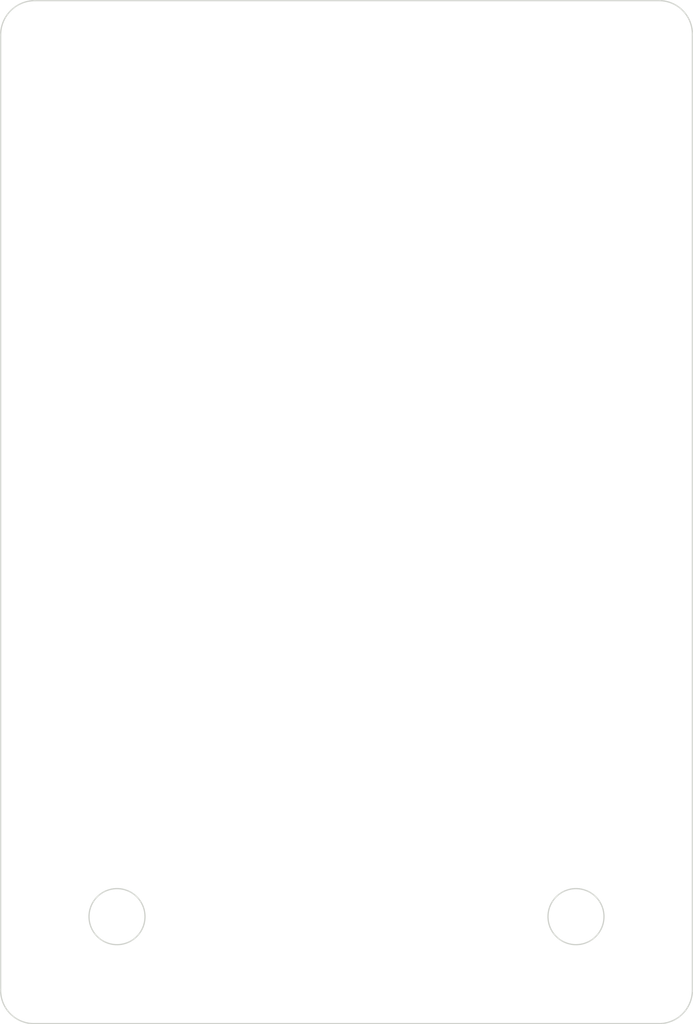
<source format=kicad_pcb>
(kicad_pcb (version 20210925) (generator pcbnew)

  (general
    (thickness 1.6)
  )

  (paper "A4")
  (layers
    (0 "F.Cu" signal)
    (31 "B.Cu" signal)
    (32 "B.Adhes" user "B.Adhesive")
    (33 "F.Adhes" user "F.Adhesive")
    (34 "B.Paste" user)
    (35 "F.Paste" user)
    (36 "B.SilkS" user "B.Silkscreen")
    (37 "F.SilkS" user "F.Silkscreen")
    (38 "B.Mask" user)
    (39 "F.Mask" user)
    (40 "Dwgs.User" user "User.Drawings")
    (41 "Cmts.User" user "User.Comments")
    (42 "Eco1.User" user "User.Eco1")
    (43 "Eco2.User" user "User.Eco2")
    (44 "Edge.Cuts" user)
    (45 "Margin" user)
    (46 "B.CrtYd" user "B.Courtyard")
    (47 "F.CrtYd" user "F.Courtyard")
    (48 "B.Fab" user)
    (49 "F.Fab" user)
  )

  (setup
    (stackup
      (layer "F.SilkS" (type "Top Silk Screen"))
      (layer "F.Paste" (type "Top Solder Paste"))
      (layer "F.Mask" (type "Top Solder Mask") (color "Green") (thickness 0.01))
      (layer "F.Cu" (type "copper") (thickness 0.035))
      (layer "dielectric 1" (type "core") (thickness 1.51) (material "FR4") (epsilon_r 4.5) (loss_tangent 0.02))
      (layer "B.Cu" (type "copper") (thickness 0.035))
      (layer "B.Mask" (type "Bottom Solder Mask") (color "Green") (thickness 0.01))
      (layer "B.Paste" (type "Bottom Solder Paste"))
      (layer "B.SilkS" (type "Bottom Silk Screen"))
      (copper_finish "None")
      (dielectric_constraints no)
    )
    (pad_to_mask_clearance 0)
    (pcbplotparams
      (layerselection 0x00010f0_ffffffff)
      (disableapertmacros false)
      (usegerberextensions true)
      (usegerberattributes true)
      (usegerberadvancedattributes true)
      (creategerberjobfile false)
      (svguseinch false)
      (svgprecision 6)
      (excludeedgelayer true)
      (plotframeref false)
      (viasonmask false)
      (mode 1)
      (useauxorigin false)
      (hpglpennumber 1)
      (hpglpenspeed 20)
      (hpglpendiameter 15.000000)
      (dxfpolygonmode true)
      (dxfimperialunits true)
      (dxfusepcbnewfont true)
      (psnegative false)
      (psa4output false)
      (plotreference true)
      (plotvalue true)
      (plotinvisibletext false)
      (sketchpadsonfab false)
      (subtractmaskfromsilk true)
      (outputformat 1)
      (mirror false)
      (drillshape 0)
      (scaleselection 1)
      (outputdirectory "/home/tim/Documents/kicad/knuckle-pad/gerbers/")
    )
  )

  (net 0 "")

  (gr_circle (center 75.0824 57.083371) (end 76.1824 57.083371) (layer "Edge.Cuts") (width 0.05) (fill none) (tstamp 277222d2-729f-44bf-8d11-44fc5e302d9a))
  (gr_arc (start 78.343108 59.96882) (end 78.310439 61.280371) (angle -89.60063361) (layer "Edge.Cuts") (width 0.05) (tstamp 336d7a80-2131-4400-96a2-f1a98ebfc6d9))
  (gr_line (start 53.822602 21.142369) (end 78.384402 21.142369) (layer "Edge.Cuts") (width 0.05) (tstamp 5d730226-b903-454a-9dd0-ad7e3fd3b627))
  (gr_arc (start 53.822601 22.488571) (end 53.822602 21.142369) (angle -90) (layer "Edge.Cuts") (width 0.05) (tstamp 6cc00c28-9026-4723-8603-45920fce3b56))
  (gr_arc (start 78.3463 22.450469) (end 79.6544 22.488571) (angle -90) (layer "Edge.Cuts") (width 0.05) (tstamp 8b6ffe22-0313-4ae9-b876-ced47f24e1be))
  (gr_line (start 52.4764 22.488571) (end 52.4764 59.938462) (layer "Edge.Cuts") (width 0.05) (tstamp 9f648edd-7c77-408e-970c-e71b379748ff))
  (gr_line (start 78.310439 61.280371) (end 53.751396 61.280371) (layer "Edge.Cuts") (width 0.05) (tstamp c1883f5f-21a3-47e4-8e24-8a8d9d00249b))
  (gr_arc (start 53.784094 59.972638) (end 52.4764 59.938462) (angle -89.67093591) (layer "Edge.Cuts") (width 0.05) (tstamp c70bfe02-8d3a-4428-8aa7-2540525d83fb))
  (gr_circle (center 57.0484 57.083371) (end 58.1484 57.083371) (layer "Edge.Cuts") (width 0.05) (fill none) (tstamp e2041b51-290c-46f2-86e9-bc0be3df88d3))
  (gr_line (start 79.6544 22.488571) (end 79.6544 60.01063) (layer "Edge.Cuts") (width 0.05) (tstamp f939a0a6-74af-4e65-967b-f16b4b36a6e9))

)

</source>
